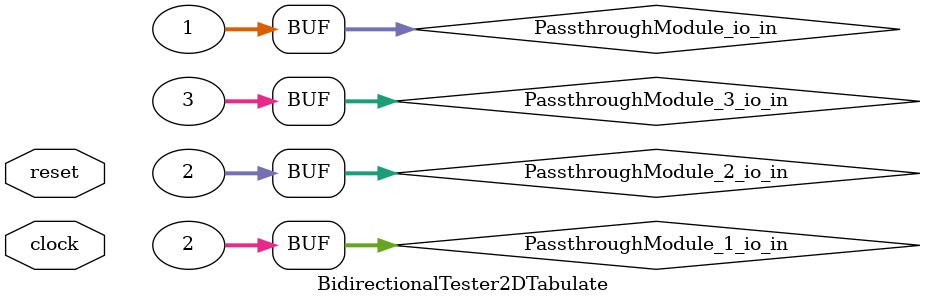
<source format=v>
module PassthroughModule(
  input  [31:0] io_in,
  output [31:0] io_out
);
  assign io_out = io_in; // @[Util.scala 19:10]
endmodule
module BidirectionalTester2DTabulate(
  input   clock,
  input   reset
);
  wire [31:0] PassthroughModule_io_in; // @[Vec.scala 209:30]
  wire [31:0] PassthroughModule_io_out; // @[Vec.scala 209:30]
  wire [31:0] PassthroughModule_1_io_in; // @[Vec.scala 209:30]
  wire [31:0] PassthroughModule_1_io_out; // @[Vec.scala 209:30]
  wire [31:0] PassthroughModule_2_io_in; // @[Vec.scala 209:30]
  wire [31:0] PassthroughModule_2_io_out; // @[Vec.scala 209:30]
  wire [31:0] PassthroughModule_3_io_in; // @[Vec.scala 209:30]
  wire [31:0] PassthroughModule_3_io_out; // @[Vec.scala 209:30]
  wire  _T_2 = ~reset; // @[Vec.scala 211:13]
  PassthroughModule PassthroughModule ( // @[Vec.scala 209:30]
    .io_in(PassthroughModule_io_in),
    .io_out(PassthroughModule_io_out)
  );
  PassthroughModule PassthroughModule_1 ( // @[Vec.scala 209:30]
    .io_in(PassthroughModule_1_io_in),
    .io_out(PassthroughModule_1_io_out)
  );
  PassthroughModule PassthroughModule_2 ( // @[Vec.scala 209:30]
    .io_in(PassthroughModule_2_io_in),
    .io_out(PassthroughModule_2_io_out)
  );
  PassthroughModule PassthroughModule_3 ( // @[Vec.scala 209:30]
    .io_in(PassthroughModule_3_io_in),
    .io_out(PassthroughModule_3_io_out)
  );
  assign PassthroughModule_io_in = 32'h1; // @[Vec.scala 202:{40,40}]
  assign PassthroughModule_1_io_in = 32'h2; // @[Vec.scala 202:{40,40}]
  assign PassthroughModule_2_io_in = 32'h2; // @[Vec.scala 202:{40,40}]
  assign PassthroughModule_3_io_in = 32'h3; // @[Vec.scala 202:{40,40}]
  always @(posedge clock) begin
    `ifndef SYNTHESIS
    `ifdef STOP_COND
      if (`STOP_COND) begin
    `endif
        if (~reset & ~(PassthroughModule_io_out == 32'h1)) begin
          $fatal; // @[Vec.scala 211:13]
        end
    `ifdef STOP_COND
      end
    `endif
    `endif // SYNTHESIS
    `ifndef SYNTHESIS
    `ifdef PRINTF_COND
      if (`PRINTF_COND) begin
    `endif
        if (~reset & ~(PassthroughModule_io_out == 32'h1)) begin
          $fwrite(32'h80000002,"Assertion failed\n    at Vec.scala:211 assert(receiveMod.out === value.U)\n"); // @[Vec.scala 211:13]
        end
    `ifdef PRINTF_COND
      end
    `endif
    `endif // SYNTHESIS
    `ifndef SYNTHESIS
    `ifdef STOP_COND
      if (`STOP_COND) begin
    `endif
        if (~reset & ~(PassthroughModule_1_io_out == 32'h2)) begin
          $fatal; // @[Vec.scala 211:13]
        end
    `ifdef STOP_COND
      end
    `endif
    `endif // SYNTHESIS
    `ifndef SYNTHESIS
    `ifdef PRINTF_COND
      if (`PRINTF_COND) begin
    `endif
        if (~reset & ~(PassthroughModule_1_io_out == 32'h2)) begin
          $fwrite(32'h80000002,"Assertion failed\n    at Vec.scala:211 assert(receiveMod.out === value.U)\n"); // @[Vec.scala 211:13]
        end
    `ifdef PRINTF_COND
      end
    `endif
    `endif // SYNTHESIS
    `ifndef SYNTHESIS
    `ifdef STOP_COND
      if (`STOP_COND) begin
    `endif
        if (~reset & ~(PassthroughModule_2_io_out == 32'h2)) begin
          $fatal; // @[Vec.scala 211:13]
        end
    `ifdef STOP_COND
      end
    `endif
    `endif // SYNTHESIS
    `ifndef SYNTHESIS
    `ifdef PRINTF_COND
      if (`PRINTF_COND) begin
    `endif
        if (~reset & ~(PassthroughModule_2_io_out == 32'h2)) begin
          $fwrite(32'h80000002,"Assertion failed\n    at Vec.scala:211 assert(receiveMod.out === value.U)\n"); // @[Vec.scala 211:13]
        end
    `ifdef PRINTF_COND
      end
    `endif
    `endif // SYNTHESIS
    `ifndef SYNTHESIS
    `ifdef STOP_COND
      if (`STOP_COND) begin
    `endif
        if (~reset & ~(PassthroughModule_3_io_out == 32'h3)) begin
          $fatal; // @[Vec.scala 211:13]
        end
    `ifdef STOP_COND
      end
    `endif
    `endif // SYNTHESIS
    `ifndef SYNTHESIS
    `ifdef PRINTF_COND
      if (`PRINTF_COND) begin
    `endif
        if (~reset & ~(PassthroughModule_3_io_out == 32'h3)) begin
          $fwrite(32'h80000002,"Assertion failed\n    at Vec.scala:211 assert(receiveMod.out === value.U)\n"); // @[Vec.scala 211:13]
        end
    `ifdef PRINTF_COND
      end
    `endif
    `endif // SYNTHESIS
    `ifndef SYNTHESIS
    `ifdef STOP_COND
      if (`STOP_COND) begin
    `endif
        if (_T_2) begin
          $finish; // @[Vec.scala 213:9]
        end
    `ifdef STOP_COND
      end
    `endif
    `endif // SYNTHESIS
  end
endmodule

</source>
